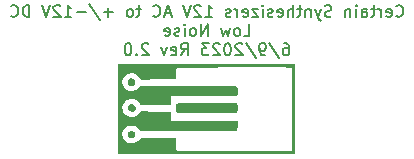
<source format=gbr>
%TF.GenerationSoftware,KiCad,Pcbnew,7.0.2*%
%TF.CreationDate,2023-06-20T09:22:34-04:00*%
%TF.ProjectId,Power supply,506f7765-7220-4737-9570-706c792e6b69,rev?*%
%TF.SameCoordinates,Original*%
%TF.FileFunction,Legend,Bot*%
%TF.FilePolarity,Positive*%
%FSLAX46Y46*%
G04 Gerber Fmt 4.6, Leading zero omitted, Abs format (unit mm)*
G04 Created by KiCad (PCBNEW 7.0.2) date 2023-06-20 09:22:34*
%MOMM*%
%LPD*%
G01*
G04 APERTURE LIST*
%ADD10C,0.150000*%
G04 APERTURE END LIST*
D10*
X144270002Y-87982380D02*
X144317621Y-88030000D01*
X144317621Y-88030000D02*
X144460478Y-88077619D01*
X144460478Y-88077619D02*
X144555716Y-88077619D01*
X144555716Y-88077619D02*
X144698573Y-88030000D01*
X144698573Y-88030000D02*
X144793811Y-87934761D01*
X144793811Y-87934761D02*
X144841430Y-87839523D01*
X144841430Y-87839523D02*
X144889049Y-87649047D01*
X144889049Y-87649047D02*
X144889049Y-87506190D01*
X144889049Y-87506190D02*
X144841430Y-87315714D01*
X144841430Y-87315714D02*
X144793811Y-87220476D01*
X144793811Y-87220476D02*
X144698573Y-87125238D01*
X144698573Y-87125238D02*
X144555716Y-87077619D01*
X144555716Y-87077619D02*
X144460478Y-87077619D01*
X144460478Y-87077619D02*
X144317621Y-87125238D01*
X144317621Y-87125238D02*
X144270002Y-87172857D01*
X143460478Y-88030000D02*
X143555716Y-88077619D01*
X143555716Y-88077619D02*
X143746192Y-88077619D01*
X143746192Y-88077619D02*
X143841430Y-88030000D01*
X143841430Y-88030000D02*
X143889049Y-87934761D01*
X143889049Y-87934761D02*
X143889049Y-87553809D01*
X143889049Y-87553809D02*
X143841430Y-87458571D01*
X143841430Y-87458571D02*
X143746192Y-87410952D01*
X143746192Y-87410952D02*
X143555716Y-87410952D01*
X143555716Y-87410952D02*
X143460478Y-87458571D01*
X143460478Y-87458571D02*
X143412859Y-87553809D01*
X143412859Y-87553809D02*
X143412859Y-87649047D01*
X143412859Y-87649047D02*
X143889049Y-87744285D01*
X142984287Y-88077619D02*
X142984287Y-87410952D01*
X142984287Y-87601428D02*
X142936668Y-87506190D01*
X142936668Y-87506190D02*
X142889049Y-87458571D01*
X142889049Y-87458571D02*
X142793811Y-87410952D01*
X142793811Y-87410952D02*
X142698573Y-87410952D01*
X142508096Y-87410952D02*
X142127144Y-87410952D01*
X142365239Y-87077619D02*
X142365239Y-87934761D01*
X142365239Y-87934761D02*
X142317620Y-88030000D01*
X142317620Y-88030000D02*
X142222382Y-88077619D01*
X142222382Y-88077619D02*
X142127144Y-88077619D01*
X141365239Y-88077619D02*
X141365239Y-87553809D01*
X141365239Y-87553809D02*
X141412858Y-87458571D01*
X141412858Y-87458571D02*
X141508096Y-87410952D01*
X141508096Y-87410952D02*
X141698572Y-87410952D01*
X141698572Y-87410952D02*
X141793810Y-87458571D01*
X141365239Y-88030000D02*
X141460477Y-88077619D01*
X141460477Y-88077619D02*
X141698572Y-88077619D01*
X141698572Y-88077619D02*
X141793810Y-88030000D01*
X141793810Y-88030000D02*
X141841429Y-87934761D01*
X141841429Y-87934761D02*
X141841429Y-87839523D01*
X141841429Y-87839523D02*
X141793810Y-87744285D01*
X141793810Y-87744285D02*
X141698572Y-87696666D01*
X141698572Y-87696666D02*
X141460477Y-87696666D01*
X141460477Y-87696666D02*
X141365239Y-87649047D01*
X140889048Y-88077619D02*
X140889048Y-87410952D01*
X140889048Y-87077619D02*
X140936667Y-87125238D01*
X140936667Y-87125238D02*
X140889048Y-87172857D01*
X140889048Y-87172857D02*
X140841429Y-87125238D01*
X140841429Y-87125238D02*
X140889048Y-87077619D01*
X140889048Y-87077619D02*
X140889048Y-87172857D01*
X140412858Y-87410952D02*
X140412858Y-88077619D01*
X140412858Y-87506190D02*
X140365239Y-87458571D01*
X140365239Y-87458571D02*
X140270001Y-87410952D01*
X140270001Y-87410952D02*
X140127144Y-87410952D01*
X140127144Y-87410952D02*
X140031906Y-87458571D01*
X140031906Y-87458571D02*
X139984287Y-87553809D01*
X139984287Y-87553809D02*
X139984287Y-88077619D01*
X138793810Y-88030000D02*
X138650953Y-88077619D01*
X138650953Y-88077619D02*
X138412858Y-88077619D01*
X138412858Y-88077619D02*
X138317620Y-88030000D01*
X138317620Y-88030000D02*
X138270001Y-87982380D01*
X138270001Y-87982380D02*
X138222382Y-87887142D01*
X138222382Y-87887142D02*
X138222382Y-87791904D01*
X138222382Y-87791904D02*
X138270001Y-87696666D01*
X138270001Y-87696666D02*
X138317620Y-87649047D01*
X138317620Y-87649047D02*
X138412858Y-87601428D01*
X138412858Y-87601428D02*
X138603334Y-87553809D01*
X138603334Y-87553809D02*
X138698572Y-87506190D01*
X138698572Y-87506190D02*
X138746191Y-87458571D01*
X138746191Y-87458571D02*
X138793810Y-87363333D01*
X138793810Y-87363333D02*
X138793810Y-87268095D01*
X138793810Y-87268095D02*
X138746191Y-87172857D01*
X138746191Y-87172857D02*
X138698572Y-87125238D01*
X138698572Y-87125238D02*
X138603334Y-87077619D01*
X138603334Y-87077619D02*
X138365239Y-87077619D01*
X138365239Y-87077619D02*
X138222382Y-87125238D01*
X137889048Y-87410952D02*
X137650953Y-88077619D01*
X137412858Y-87410952D02*
X137650953Y-88077619D01*
X137650953Y-88077619D02*
X137746191Y-88315714D01*
X137746191Y-88315714D02*
X137793810Y-88363333D01*
X137793810Y-88363333D02*
X137889048Y-88410952D01*
X137031905Y-87410952D02*
X137031905Y-88077619D01*
X137031905Y-87506190D02*
X136984286Y-87458571D01*
X136984286Y-87458571D02*
X136889048Y-87410952D01*
X136889048Y-87410952D02*
X136746191Y-87410952D01*
X136746191Y-87410952D02*
X136650953Y-87458571D01*
X136650953Y-87458571D02*
X136603334Y-87553809D01*
X136603334Y-87553809D02*
X136603334Y-88077619D01*
X136270000Y-87410952D02*
X135889048Y-87410952D01*
X136127143Y-87077619D02*
X136127143Y-87934761D01*
X136127143Y-87934761D02*
X136079524Y-88030000D01*
X136079524Y-88030000D02*
X135984286Y-88077619D01*
X135984286Y-88077619D02*
X135889048Y-88077619D01*
X135555714Y-88077619D02*
X135555714Y-87077619D01*
X135127143Y-88077619D02*
X135127143Y-87553809D01*
X135127143Y-87553809D02*
X135174762Y-87458571D01*
X135174762Y-87458571D02*
X135270000Y-87410952D01*
X135270000Y-87410952D02*
X135412857Y-87410952D01*
X135412857Y-87410952D02*
X135508095Y-87458571D01*
X135508095Y-87458571D02*
X135555714Y-87506190D01*
X134270000Y-88030000D02*
X134365238Y-88077619D01*
X134365238Y-88077619D02*
X134555714Y-88077619D01*
X134555714Y-88077619D02*
X134650952Y-88030000D01*
X134650952Y-88030000D02*
X134698571Y-87934761D01*
X134698571Y-87934761D02*
X134698571Y-87553809D01*
X134698571Y-87553809D02*
X134650952Y-87458571D01*
X134650952Y-87458571D02*
X134555714Y-87410952D01*
X134555714Y-87410952D02*
X134365238Y-87410952D01*
X134365238Y-87410952D02*
X134270000Y-87458571D01*
X134270000Y-87458571D02*
X134222381Y-87553809D01*
X134222381Y-87553809D02*
X134222381Y-87649047D01*
X134222381Y-87649047D02*
X134698571Y-87744285D01*
X133841428Y-88030000D02*
X133746190Y-88077619D01*
X133746190Y-88077619D02*
X133555714Y-88077619D01*
X133555714Y-88077619D02*
X133460476Y-88030000D01*
X133460476Y-88030000D02*
X133412857Y-87934761D01*
X133412857Y-87934761D02*
X133412857Y-87887142D01*
X133412857Y-87887142D02*
X133460476Y-87791904D01*
X133460476Y-87791904D02*
X133555714Y-87744285D01*
X133555714Y-87744285D02*
X133698571Y-87744285D01*
X133698571Y-87744285D02*
X133793809Y-87696666D01*
X133793809Y-87696666D02*
X133841428Y-87601428D01*
X133841428Y-87601428D02*
X133841428Y-87553809D01*
X133841428Y-87553809D02*
X133793809Y-87458571D01*
X133793809Y-87458571D02*
X133698571Y-87410952D01*
X133698571Y-87410952D02*
X133555714Y-87410952D01*
X133555714Y-87410952D02*
X133460476Y-87458571D01*
X132984285Y-88077619D02*
X132984285Y-87410952D01*
X132984285Y-87077619D02*
X133031904Y-87125238D01*
X133031904Y-87125238D02*
X132984285Y-87172857D01*
X132984285Y-87172857D02*
X132936666Y-87125238D01*
X132936666Y-87125238D02*
X132984285Y-87077619D01*
X132984285Y-87077619D02*
X132984285Y-87172857D01*
X132603333Y-87410952D02*
X132079524Y-87410952D01*
X132079524Y-87410952D02*
X132603333Y-88077619D01*
X132603333Y-88077619D02*
X132079524Y-88077619D01*
X131317619Y-88030000D02*
X131412857Y-88077619D01*
X131412857Y-88077619D02*
X131603333Y-88077619D01*
X131603333Y-88077619D02*
X131698571Y-88030000D01*
X131698571Y-88030000D02*
X131746190Y-87934761D01*
X131746190Y-87934761D02*
X131746190Y-87553809D01*
X131746190Y-87553809D02*
X131698571Y-87458571D01*
X131698571Y-87458571D02*
X131603333Y-87410952D01*
X131603333Y-87410952D02*
X131412857Y-87410952D01*
X131412857Y-87410952D02*
X131317619Y-87458571D01*
X131317619Y-87458571D02*
X131270000Y-87553809D01*
X131270000Y-87553809D02*
X131270000Y-87649047D01*
X131270000Y-87649047D02*
X131746190Y-87744285D01*
X130841428Y-88077619D02*
X130841428Y-87410952D01*
X130841428Y-87601428D02*
X130793809Y-87506190D01*
X130793809Y-87506190D02*
X130746190Y-87458571D01*
X130746190Y-87458571D02*
X130650952Y-87410952D01*
X130650952Y-87410952D02*
X130555714Y-87410952D01*
X130269999Y-88030000D02*
X130174761Y-88077619D01*
X130174761Y-88077619D02*
X129984285Y-88077619D01*
X129984285Y-88077619D02*
X129889047Y-88030000D01*
X129889047Y-88030000D02*
X129841428Y-87934761D01*
X129841428Y-87934761D02*
X129841428Y-87887142D01*
X129841428Y-87887142D02*
X129889047Y-87791904D01*
X129889047Y-87791904D02*
X129984285Y-87744285D01*
X129984285Y-87744285D02*
X130127142Y-87744285D01*
X130127142Y-87744285D02*
X130222380Y-87696666D01*
X130222380Y-87696666D02*
X130269999Y-87601428D01*
X130269999Y-87601428D02*
X130269999Y-87553809D01*
X130269999Y-87553809D02*
X130222380Y-87458571D01*
X130222380Y-87458571D02*
X130127142Y-87410952D01*
X130127142Y-87410952D02*
X129984285Y-87410952D01*
X129984285Y-87410952D02*
X129889047Y-87458571D01*
X128127142Y-88077619D02*
X128698570Y-88077619D01*
X128412856Y-88077619D02*
X128412856Y-87077619D01*
X128412856Y-87077619D02*
X128508094Y-87220476D01*
X128508094Y-87220476D02*
X128603332Y-87315714D01*
X128603332Y-87315714D02*
X128698570Y-87363333D01*
X127746189Y-87172857D02*
X127698570Y-87125238D01*
X127698570Y-87125238D02*
X127603332Y-87077619D01*
X127603332Y-87077619D02*
X127365237Y-87077619D01*
X127365237Y-87077619D02*
X127269999Y-87125238D01*
X127269999Y-87125238D02*
X127222380Y-87172857D01*
X127222380Y-87172857D02*
X127174761Y-87268095D01*
X127174761Y-87268095D02*
X127174761Y-87363333D01*
X127174761Y-87363333D02*
X127222380Y-87506190D01*
X127222380Y-87506190D02*
X127793808Y-88077619D01*
X127793808Y-88077619D02*
X127174761Y-88077619D01*
X126889046Y-87077619D02*
X126555713Y-88077619D01*
X126555713Y-88077619D02*
X126222380Y-87077619D01*
X125174760Y-87791904D02*
X124698570Y-87791904D01*
X125269998Y-88077619D02*
X124936665Y-87077619D01*
X124936665Y-87077619D02*
X124603332Y-88077619D01*
X123698570Y-87982380D02*
X123746189Y-88030000D01*
X123746189Y-88030000D02*
X123889046Y-88077619D01*
X123889046Y-88077619D02*
X123984284Y-88077619D01*
X123984284Y-88077619D02*
X124127141Y-88030000D01*
X124127141Y-88030000D02*
X124222379Y-87934761D01*
X124222379Y-87934761D02*
X124269998Y-87839523D01*
X124269998Y-87839523D02*
X124317617Y-87649047D01*
X124317617Y-87649047D02*
X124317617Y-87506190D01*
X124317617Y-87506190D02*
X124269998Y-87315714D01*
X124269998Y-87315714D02*
X124222379Y-87220476D01*
X124222379Y-87220476D02*
X124127141Y-87125238D01*
X124127141Y-87125238D02*
X123984284Y-87077619D01*
X123984284Y-87077619D02*
X123889046Y-87077619D01*
X123889046Y-87077619D02*
X123746189Y-87125238D01*
X123746189Y-87125238D02*
X123698570Y-87172857D01*
X122650950Y-87410952D02*
X122269998Y-87410952D01*
X122508093Y-87077619D02*
X122508093Y-87934761D01*
X122508093Y-87934761D02*
X122460474Y-88030000D01*
X122460474Y-88030000D02*
X122365236Y-88077619D01*
X122365236Y-88077619D02*
X122269998Y-88077619D01*
X121793807Y-88077619D02*
X121889045Y-88030000D01*
X121889045Y-88030000D02*
X121936664Y-87982380D01*
X121936664Y-87982380D02*
X121984283Y-87887142D01*
X121984283Y-87887142D02*
X121984283Y-87601428D01*
X121984283Y-87601428D02*
X121936664Y-87506190D01*
X121936664Y-87506190D02*
X121889045Y-87458571D01*
X121889045Y-87458571D02*
X121793807Y-87410952D01*
X121793807Y-87410952D02*
X121650950Y-87410952D01*
X121650950Y-87410952D02*
X121555712Y-87458571D01*
X121555712Y-87458571D02*
X121508093Y-87506190D01*
X121508093Y-87506190D02*
X121460474Y-87601428D01*
X121460474Y-87601428D02*
X121460474Y-87887142D01*
X121460474Y-87887142D02*
X121508093Y-87982380D01*
X121508093Y-87982380D02*
X121555712Y-88030000D01*
X121555712Y-88030000D02*
X121650950Y-88077619D01*
X121650950Y-88077619D02*
X121793807Y-88077619D01*
X120269997Y-87696666D02*
X119508093Y-87696666D01*
X119889045Y-88077619D02*
X119889045Y-87315714D01*
X118317617Y-87030000D02*
X119174759Y-88315714D01*
X117984283Y-87696666D02*
X117222379Y-87696666D01*
X116222379Y-88077619D02*
X116793807Y-88077619D01*
X116508093Y-88077619D02*
X116508093Y-87077619D01*
X116508093Y-87077619D02*
X116603331Y-87220476D01*
X116603331Y-87220476D02*
X116698569Y-87315714D01*
X116698569Y-87315714D02*
X116793807Y-87363333D01*
X115841426Y-87172857D02*
X115793807Y-87125238D01*
X115793807Y-87125238D02*
X115698569Y-87077619D01*
X115698569Y-87077619D02*
X115460474Y-87077619D01*
X115460474Y-87077619D02*
X115365236Y-87125238D01*
X115365236Y-87125238D02*
X115317617Y-87172857D01*
X115317617Y-87172857D02*
X115269998Y-87268095D01*
X115269998Y-87268095D02*
X115269998Y-87363333D01*
X115269998Y-87363333D02*
X115317617Y-87506190D01*
X115317617Y-87506190D02*
X115889045Y-88077619D01*
X115889045Y-88077619D02*
X115269998Y-88077619D01*
X114984283Y-87077619D02*
X114650950Y-88077619D01*
X114650950Y-88077619D02*
X114317617Y-87077619D01*
X113222378Y-88077619D02*
X113222378Y-87077619D01*
X113222378Y-87077619D02*
X112984283Y-87077619D01*
X112984283Y-87077619D02*
X112841426Y-87125238D01*
X112841426Y-87125238D02*
X112746188Y-87220476D01*
X112746188Y-87220476D02*
X112698569Y-87315714D01*
X112698569Y-87315714D02*
X112650950Y-87506190D01*
X112650950Y-87506190D02*
X112650950Y-87649047D01*
X112650950Y-87649047D02*
X112698569Y-87839523D01*
X112698569Y-87839523D02*
X112746188Y-87934761D01*
X112746188Y-87934761D02*
X112841426Y-88030000D01*
X112841426Y-88030000D02*
X112984283Y-88077619D01*
X112984283Y-88077619D02*
X113222378Y-88077619D01*
X111650950Y-87982380D02*
X111698569Y-88030000D01*
X111698569Y-88030000D02*
X111841426Y-88077619D01*
X111841426Y-88077619D02*
X111936664Y-88077619D01*
X111936664Y-88077619D02*
X112079521Y-88030000D01*
X112079521Y-88030000D02*
X112174759Y-87934761D01*
X112174759Y-87934761D02*
X112222378Y-87839523D01*
X112222378Y-87839523D02*
X112269997Y-87649047D01*
X112269997Y-87649047D02*
X112269997Y-87506190D01*
X112269997Y-87506190D02*
X112222378Y-87315714D01*
X112222378Y-87315714D02*
X112174759Y-87220476D01*
X112174759Y-87220476D02*
X112079521Y-87125238D01*
X112079521Y-87125238D02*
X111936664Y-87077619D01*
X111936664Y-87077619D02*
X111841426Y-87077619D01*
X111841426Y-87077619D02*
X111698569Y-87125238D01*
X111698569Y-87125238D02*
X111650950Y-87172857D01*
X131365238Y-89697619D02*
X131841428Y-89697619D01*
X131841428Y-89697619D02*
X131841428Y-88697619D01*
X130889047Y-89697619D02*
X130984285Y-89650000D01*
X130984285Y-89650000D02*
X131031904Y-89602380D01*
X131031904Y-89602380D02*
X131079523Y-89507142D01*
X131079523Y-89507142D02*
X131079523Y-89221428D01*
X131079523Y-89221428D02*
X131031904Y-89126190D01*
X131031904Y-89126190D02*
X130984285Y-89078571D01*
X130984285Y-89078571D02*
X130889047Y-89030952D01*
X130889047Y-89030952D02*
X130746190Y-89030952D01*
X130746190Y-89030952D02*
X130650952Y-89078571D01*
X130650952Y-89078571D02*
X130603333Y-89126190D01*
X130603333Y-89126190D02*
X130555714Y-89221428D01*
X130555714Y-89221428D02*
X130555714Y-89507142D01*
X130555714Y-89507142D02*
X130603333Y-89602380D01*
X130603333Y-89602380D02*
X130650952Y-89650000D01*
X130650952Y-89650000D02*
X130746190Y-89697619D01*
X130746190Y-89697619D02*
X130889047Y-89697619D01*
X130222380Y-89030952D02*
X130031904Y-89697619D01*
X130031904Y-89697619D02*
X129841428Y-89221428D01*
X129841428Y-89221428D02*
X129650952Y-89697619D01*
X129650952Y-89697619D02*
X129460476Y-89030952D01*
X128317618Y-89697619D02*
X128317618Y-88697619D01*
X128317618Y-88697619D02*
X127746190Y-89697619D01*
X127746190Y-89697619D02*
X127746190Y-88697619D01*
X127127142Y-89697619D02*
X127222380Y-89650000D01*
X127222380Y-89650000D02*
X127269999Y-89602380D01*
X127269999Y-89602380D02*
X127317618Y-89507142D01*
X127317618Y-89507142D02*
X127317618Y-89221428D01*
X127317618Y-89221428D02*
X127269999Y-89126190D01*
X127269999Y-89126190D02*
X127222380Y-89078571D01*
X127222380Y-89078571D02*
X127127142Y-89030952D01*
X127127142Y-89030952D02*
X126984285Y-89030952D01*
X126984285Y-89030952D02*
X126889047Y-89078571D01*
X126889047Y-89078571D02*
X126841428Y-89126190D01*
X126841428Y-89126190D02*
X126793809Y-89221428D01*
X126793809Y-89221428D02*
X126793809Y-89507142D01*
X126793809Y-89507142D02*
X126841428Y-89602380D01*
X126841428Y-89602380D02*
X126889047Y-89650000D01*
X126889047Y-89650000D02*
X126984285Y-89697619D01*
X126984285Y-89697619D02*
X127127142Y-89697619D01*
X126365237Y-89697619D02*
X126365237Y-89030952D01*
X126365237Y-88697619D02*
X126412856Y-88745238D01*
X126412856Y-88745238D02*
X126365237Y-88792857D01*
X126365237Y-88792857D02*
X126317618Y-88745238D01*
X126317618Y-88745238D02*
X126365237Y-88697619D01*
X126365237Y-88697619D02*
X126365237Y-88792857D01*
X125936666Y-89650000D02*
X125841428Y-89697619D01*
X125841428Y-89697619D02*
X125650952Y-89697619D01*
X125650952Y-89697619D02*
X125555714Y-89650000D01*
X125555714Y-89650000D02*
X125508095Y-89554761D01*
X125508095Y-89554761D02*
X125508095Y-89507142D01*
X125508095Y-89507142D02*
X125555714Y-89411904D01*
X125555714Y-89411904D02*
X125650952Y-89364285D01*
X125650952Y-89364285D02*
X125793809Y-89364285D01*
X125793809Y-89364285D02*
X125889047Y-89316666D01*
X125889047Y-89316666D02*
X125936666Y-89221428D01*
X125936666Y-89221428D02*
X125936666Y-89173809D01*
X125936666Y-89173809D02*
X125889047Y-89078571D01*
X125889047Y-89078571D02*
X125793809Y-89030952D01*
X125793809Y-89030952D02*
X125650952Y-89030952D01*
X125650952Y-89030952D02*
X125555714Y-89078571D01*
X124698571Y-89650000D02*
X124793809Y-89697619D01*
X124793809Y-89697619D02*
X124984285Y-89697619D01*
X124984285Y-89697619D02*
X125079523Y-89650000D01*
X125079523Y-89650000D02*
X125127142Y-89554761D01*
X125127142Y-89554761D02*
X125127142Y-89173809D01*
X125127142Y-89173809D02*
X125079523Y-89078571D01*
X125079523Y-89078571D02*
X124984285Y-89030952D01*
X124984285Y-89030952D02*
X124793809Y-89030952D01*
X124793809Y-89030952D02*
X124698571Y-89078571D01*
X124698571Y-89078571D02*
X124650952Y-89173809D01*
X124650952Y-89173809D02*
X124650952Y-89269047D01*
X124650952Y-89269047D02*
X125127142Y-89364285D01*
X134770000Y-90317619D02*
X134960476Y-90317619D01*
X134960476Y-90317619D02*
X135055714Y-90365238D01*
X135055714Y-90365238D02*
X135103333Y-90412857D01*
X135103333Y-90412857D02*
X135198571Y-90555714D01*
X135198571Y-90555714D02*
X135246190Y-90746190D01*
X135246190Y-90746190D02*
X135246190Y-91127142D01*
X135246190Y-91127142D02*
X135198571Y-91222380D01*
X135198571Y-91222380D02*
X135150952Y-91270000D01*
X135150952Y-91270000D02*
X135055714Y-91317619D01*
X135055714Y-91317619D02*
X134865238Y-91317619D01*
X134865238Y-91317619D02*
X134770000Y-91270000D01*
X134770000Y-91270000D02*
X134722381Y-91222380D01*
X134722381Y-91222380D02*
X134674762Y-91127142D01*
X134674762Y-91127142D02*
X134674762Y-90889047D01*
X134674762Y-90889047D02*
X134722381Y-90793809D01*
X134722381Y-90793809D02*
X134770000Y-90746190D01*
X134770000Y-90746190D02*
X134865238Y-90698571D01*
X134865238Y-90698571D02*
X135055714Y-90698571D01*
X135055714Y-90698571D02*
X135150952Y-90746190D01*
X135150952Y-90746190D02*
X135198571Y-90793809D01*
X135198571Y-90793809D02*
X135246190Y-90889047D01*
X133531905Y-90270000D02*
X134389047Y-91555714D01*
X133150952Y-91317619D02*
X132960476Y-91317619D01*
X132960476Y-91317619D02*
X132865238Y-91270000D01*
X132865238Y-91270000D02*
X132817619Y-91222380D01*
X132817619Y-91222380D02*
X132722381Y-91079523D01*
X132722381Y-91079523D02*
X132674762Y-90889047D01*
X132674762Y-90889047D02*
X132674762Y-90508095D01*
X132674762Y-90508095D02*
X132722381Y-90412857D01*
X132722381Y-90412857D02*
X132770000Y-90365238D01*
X132770000Y-90365238D02*
X132865238Y-90317619D01*
X132865238Y-90317619D02*
X133055714Y-90317619D01*
X133055714Y-90317619D02*
X133150952Y-90365238D01*
X133150952Y-90365238D02*
X133198571Y-90412857D01*
X133198571Y-90412857D02*
X133246190Y-90508095D01*
X133246190Y-90508095D02*
X133246190Y-90746190D01*
X133246190Y-90746190D02*
X133198571Y-90841428D01*
X133198571Y-90841428D02*
X133150952Y-90889047D01*
X133150952Y-90889047D02*
X133055714Y-90936666D01*
X133055714Y-90936666D02*
X132865238Y-90936666D01*
X132865238Y-90936666D02*
X132770000Y-90889047D01*
X132770000Y-90889047D02*
X132722381Y-90841428D01*
X132722381Y-90841428D02*
X132674762Y-90746190D01*
X131531905Y-90270000D02*
X132389047Y-91555714D01*
X131246190Y-90412857D02*
X131198571Y-90365238D01*
X131198571Y-90365238D02*
X131103333Y-90317619D01*
X131103333Y-90317619D02*
X130865238Y-90317619D01*
X130865238Y-90317619D02*
X130770000Y-90365238D01*
X130770000Y-90365238D02*
X130722381Y-90412857D01*
X130722381Y-90412857D02*
X130674762Y-90508095D01*
X130674762Y-90508095D02*
X130674762Y-90603333D01*
X130674762Y-90603333D02*
X130722381Y-90746190D01*
X130722381Y-90746190D02*
X131293809Y-91317619D01*
X131293809Y-91317619D02*
X130674762Y-91317619D01*
X130055714Y-90317619D02*
X129960476Y-90317619D01*
X129960476Y-90317619D02*
X129865238Y-90365238D01*
X129865238Y-90365238D02*
X129817619Y-90412857D01*
X129817619Y-90412857D02*
X129770000Y-90508095D01*
X129770000Y-90508095D02*
X129722381Y-90698571D01*
X129722381Y-90698571D02*
X129722381Y-90936666D01*
X129722381Y-90936666D02*
X129770000Y-91127142D01*
X129770000Y-91127142D02*
X129817619Y-91222380D01*
X129817619Y-91222380D02*
X129865238Y-91270000D01*
X129865238Y-91270000D02*
X129960476Y-91317619D01*
X129960476Y-91317619D02*
X130055714Y-91317619D01*
X130055714Y-91317619D02*
X130150952Y-91270000D01*
X130150952Y-91270000D02*
X130198571Y-91222380D01*
X130198571Y-91222380D02*
X130246190Y-91127142D01*
X130246190Y-91127142D02*
X130293809Y-90936666D01*
X130293809Y-90936666D02*
X130293809Y-90698571D01*
X130293809Y-90698571D02*
X130246190Y-90508095D01*
X130246190Y-90508095D02*
X130198571Y-90412857D01*
X130198571Y-90412857D02*
X130150952Y-90365238D01*
X130150952Y-90365238D02*
X130055714Y-90317619D01*
X129341428Y-90412857D02*
X129293809Y-90365238D01*
X129293809Y-90365238D02*
X129198571Y-90317619D01*
X129198571Y-90317619D02*
X128960476Y-90317619D01*
X128960476Y-90317619D02*
X128865238Y-90365238D01*
X128865238Y-90365238D02*
X128817619Y-90412857D01*
X128817619Y-90412857D02*
X128770000Y-90508095D01*
X128770000Y-90508095D02*
X128770000Y-90603333D01*
X128770000Y-90603333D02*
X128817619Y-90746190D01*
X128817619Y-90746190D02*
X129389047Y-91317619D01*
X129389047Y-91317619D02*
X128770000Y-91317619D01*
X128436666Y-90317619D02*
X127817619Y-90317619D01*
X127817619Y-90317619D02*
X128150952Y-90698571D01*
X128150952Y-90698571D02*
X128008095Y-90698571D01*
X128008095Y-90698571D02*
X127912857Y-90746190D01*
X127912857Y-90746190D02*
X127865238Y-90793809D01*
X127865238Y-90793809D02*
X127817619Y-90889047D01*
X127817619Y-90889047D02*
X127817619Y-91127142D01*
X127817619Y-91127142D02*
X127865238Y-91222380D01*
X127865238Y-91222380D02*
X127912857Y-91270000D01*
X127912857Y-91270000D02*
X128008095Y-91317619D01*
X128008095Y-91317619D02*
X128293809Y-91317619D01*
X128293809Y-91317619D02*
X128389047Y-91270000D01*
X128389047Y-91270000D02*
X128436666Y-91222380D01*
X126055714Y-91317619D02*
X126389047Y-90841428D01*
X126627142Y-91317619D02*
X126627142Y-90317619D01*
X126627142Y-90317619D02*
X126246190Y-90317619D01*
X126246190Y-90317619D02*
X126150952Y-90365238D01*
X126150952Y-90365238D02*
X126103333Y-90412857D01*
X126103333Y-90412857D02*
X126055714Y-90508095D01*
X126055714Y-90508095D02*
X126055714Y-90650952D01*
X126055714Y-90650952D02*
X126103333Y-90746190D01*
X126103333Y-90746190D02*
X126150952Y-90793809D01*
X126150952Y-90793809D02*
X126246190Y-90841428D01*
X126246190Y-90841428D02*
X126627142Y-90841428D01*
X125246190Y-91270000D02*
X125341428Y-91317619D01*
X125341428Y-91317619D02*
X125531904Y-91317619D01*
X125531904Y-91317619D02*
X125627142Y-91270000D01*
X125627142Y-91270000D02*
X125674761Y-91174761D01*
X125674761Y-91174761D02*
X125674761Y-90793809D01*
X125674761Y-90793809D02*
X125627142Y-90698571D01*
X125627142Y-90698571D02*
X125531904Y-90650952D01*
X125531904Y-90650952D02*
X125341428Y-90650952D01*
X125341428Y-90650952D02*
X125246190Y-90698571D01*
X125246190Y-90698571D02*
X125198571Y-90793809D01*
X125198571Y-90793809D02*
X125198571Y-90889047D01*
X125198571Y-90889047D02*
X125674761Y-90984285D01*
X124865237Y-90650952D02*
X124627142Y-91317619D01*
X124627142Y-91317619D02*
X124389047Y-90650952D01*
X123293808Y-90412857D02*
X123246189Y-90365238D01*
X123246189Y-90365238D02*
X123150951Y-90317619D01*
X123150951Y-90317619D02*
X122912856Y-90317619D01*
X122912856Y-90317619D02*
X122817618Y-90365238D01*
X122817618Y-90365238D02*
X122769999Y-90412857D01*
X122769999Y-90412857D02*
X122722380Y-90508095D01*
X122722380Y-90508095D02*
X122722380Y-90603333D01*
X122722380Y-90603333D02*
X122769999Y-90746190D01*
X122769999Y-90746190D02*
X123341427Y-91317619D01*
X123341427Y-91317619D02*
X122722380Y-91317619D01*
X122293808Y-91222380D02*
X122246189Y-91270000D01*
X122246189Y-91270000D02*
X122293808Y-91317619D01*
X122293808Y-91317619D02*
X122341427Y-91270000D01*
X122341427Y-91270000D02*
X122293808Y-91222380D01*
X122293808Y-91222380D02*
X122293808Y-91317619D01*
X121627142Y-90317619D02*
X121531904Y-90317619D01*
X121531904Y-90317619D02*
X121436666Y-90365238D01*
X121436666Y-90365238D02*
X121389047Y-90412857D01*
X121389047Y-90412857D02*
X121341428Y-90508095D01*
X121341428Y-90508095D02*
X121293809Y-90698571D01*
X121293809Y-90698571D02*
X121293809Y-90936666D01*
X121293809Y-90936666D02*
X121341428Y-91127142D01*
X121341428Y-91127142D02*
X121389047Y-91222380D01*
X121389047Y-91222380D02*
X121436666Y-91270000D01*
X121436666Y-91270000D02*
X121531904Y-91317619D01*
X121531904Y-91317619D02*
X121627142Y-91317619D01*
X121627142Y-91317619D02*
X121722380Y-91270000D01*
X121722380Y-91270000D02*
X121769999Y-91222380D01*
X121769999Y-91222380D02*
X121817618Y-91127142D01*
X121817618Y-91127142D02*
X121865237Y-90936666D01*
X121865237Y-90936666D02*
X121865237Y-90698571D01*
X121865237Y-90698571D02*
X121817618Y-90508095D01*
X121817618Y-90508095D02*
X121769999Y-90412857D01*
X121769999Y-90412857D02*
X121722380Y-90365238D01*
X121722380Y-90365238D02*
X121627142Y-90317619D01*
%TO.C,G\u002A\u002A\u002A*%
G36*
X122021205Y-97745898D02*
G01*
X122123315Y-97815004D01*
X122165533Y-97864582D01*
X122190376Y-97925866D01*
X122196646Y-98013262D01*
X122181031Y-98135132D01*
X122128834Y-98228862D01*
X122032802Y-98306156D01*
X122028809Y-98308575D01*
X121946443Y-98346869D01*
X121870464Y-98350328D01*
X121777633Y-98320231D01*
X121694590Y-98272771D01*
X121611636Y-98185983D01*
X121567360Y-98082910D01*
X121565436Y-97973443D01*
X121609536Y-97867474D01*
X121681072Y-97790880D01*
X121787613Y-97735110D01*
X121905148Y-97719692D01*
X122021205Y-97745898D01*
G37*
G36*
X121949952Y-93278497D02*
G01*
X122028386Y-93311068D01*
X122107304Y-93360673D01*
X122166262Y-93434933D01*
X122195509Y-93536892D01*
X122199610Y-93676288D01*
X122187415Y-93729375D01*
X122138075Y-93812021D01*
X122064713Y-93882818D01*
X121982202Y-93924767D01*
X121886054Y-93933961D01*
X121770159Y-93903920D01*
X121668883Y-93833572D01*
X121593995Y-93728858D01*
X121564489Y-93654314D01*
X121556792Y-93566952D01*
X121585442Y-93473597D01*
X121613102Y-93422784D01*
X121696818Y-93338553D01*
X121818792Y-93284797D01*
X121888112Y-93271051D01*
X121949952Y-93278497D01*
G37*
G36*
X122015045Y-95469638D02*
G01*
X122028977Y-95477081D01*
X122125264Y-95550999D01*
X122184795Y-95650245D01*
X122213940Y-95784917D01*
X122219846Y-95856459D01*
X122214994Y-95915215D01*
X122190297Y-95962893D01*
X122138779Y-96021447D01*
X122122450Y-96038486D01*
X122064280Y-96089060D01*
X122007218Y-96111516D01*
X121927365Y-96116611D01*
X121916198Y-96116507D01*
X121784090Y-96094328D01*
X121681222Y-96031123D01*
X121601888Y-95923507D01*
X121588054Y-95895097D01*
X121560061Y-95779343D01*
X121581972Y-95667432D01*
X121654434Y-95554812D01*
X121688825Y-95519411D01*
X121791562Y-95455921D01*
X121903414Y-95438595D01*
X122015045Y-95469638D01*
G37*
G36*
X129115380Y-95398777D02*
G01*
X129404374Y-95399139D01*
X129676928Y-95399750D01*
X129928663Y-95400615D01*
X130155201Y-95401739D01*
X130352162Y-95403128D01*
X130515169Y-95404788D01*
X130639844Y-95406723D01*
X130721807Y-95408940D01*
X130756680Y-95411443D01*
X130772818Y-95416776D01*
X130811430Y-95443951D01*
X130837243Y-95493627D01*
X130851838Y-95572943D01*
X130856801Y-95689041D01*
X130853713Y-95849060D01*
X130849966Y-95940321D01*
X130842820Y-96048956D01*
X130832982Y-96120471D01*
X130819044Y-96163676D01*
X130799595Y-96187381D01*
X130786216Y-96192067D01*
X130750841Y-96197104D01*
X130691985Y-96201535D01*
X130607104Y-96205391D01*
X130493653Y-96208705D01*
X130349087Y-96211509D01*
X130170864Y-96213835D01*
X129956437Y-96215715D01*
X129703264Y-96217181D01*
X129408799Y-96218265D01*
X129070498Y-96219000D01*
X128685818Y-96219417D01*
X128252214Y-96219549D01*
X127864944Y-96219536D01*
X127495532Y-96219455D01*
X127171652Y-96219243D01*
X126890229Y-96218838D01*
X126648185Y-96218175D01*
X126442447Y-96217193D01*
X126269938Y-96215829D01*
X126127582Y-96214019D01*
X126012305Y-96211702D01*
X125921029Y-96208814D01*
X125850680Y-96205292D01*
X125798182Y-96201074D01*
X125760458Y-96196096D01*
X125734435Y-96190297D01*
X125717035Y-96183612D01*
X125705183Y-96175980D01*
X125695803Y-96167338D01*
X125679574Y-96149212D01*
X125663531Y-96120194D01*
X125653719Y-96077756D01*
X125649049Y-96012395D01*
X125648428Y-95914606D01*
X125650768Y-95774886D01*
X125657943Y-95434645D01*
X125786616Y-95417599D01*
X125795158Y-95416785D01*
X125854578Y-95414235D01*
X125958857Y-95411858D01*
X126103616Y-95409658D01*
X126284476Y-95407643D01*
X126497059Y-95405816D01*
X126736986Y-95404184D01*
X126999879Y-95402751D01*
X127281359Y-95401524D01*
X127577048Y-95400508D01*
X127882567Y-95399708D01*
X128193539Y-95399129D01*
X128505584Y-95398778D01*
X128814324Y-95398659D01*
X129115380Y-95398777D01*
G37*
G36*
X135758753Y-99719448D02*
G01*
X128257132Y-99719448D01*
X120755511Y-99719448D01*
X120755511Y-98091139D01*
X121092262Y-98091139D01*
X121129261Y-98280116D01*
X121190849Y-98409433D01*
X121301249Y-98544596D01*
X121443147Y-98655196D01*
X121606727Y-98735320D01*
X121782174Y-98779052D01*
X121959671Y-98780478D01*
X122071985Y-98759615D01*
X122266328Y-98684941D01*
X122441145Y-98563191D01*
X122597647Y-98393632D01*
X122666291Y-98303635D01*
X124162117Y-98310275D01*
X125657943Y-98316915D01*
X125658553Y-98828872D01*
X125659163Y-99340829D01*
X125721415Y-99382165D01*
X125724423Y-99383932D01*
X125737514Y-99388850D01*
X125758616Y-99393353D01*
X125789904Y-99397464D01*
X125833549Y-99401200D01*
X125891726Y-99404584D01*
X125966606Y-99407634D01*
X126060362Y-99410371D01*
X126175167Y-99412815D01*
X126313195Y-99414986D01*
X126476618Y-99416905D01*
X126667608Y-99418591D01*
X126888339Y-99420064D01*
X127140984Y-99421345D01*
X127427715Y-99422454D01*
X127750705Y-99423411D01*
X128112127Y-99424236D01*
X128514154Y-99424949D01*
X128958958Y-99425570D01*
X129448714Y-99426119D01*
X129985592Y-99426617D01*
X130571767Y-99427084D01*
X130982909Y-99427348D01*
X131464924Y-99427543D01*
X131931278Y-99427610D01*
X132379411Y-99427552D01*
X132806767Y-99427375D01*
X133210788Y-99427082D01*
X133588916Y-99426678D01*
X133938594Y-99426167D01*
X134257263Y-99425554D01*
X134542367Y-99424843D01*
X134791348Y-99424038D01*
X135001648Y-99423144D01*
X135170709Y-99422166D01*
X135295975Y-99421107D01*
X135374886Y-99419973D01*
X135404886Y-99418767D01*
X135434249Y-99400705D01*
X135463407Y-99350847D01*
X135464096Y-99343357D01*
X135465614Y-99290369D01*
X135466973Y-99190241D01*
X135468169Y-99046016D01*
X135469194Y-98860734D01*
X135470044Y-98637438D01*
X135470713Y-98379170D01*
X135471196Y-98088970D01*
X135471486Y-97769881D01*
X135471578Y-97424943D01*
X135471467Y-97057200D01*
X135471147Y-96669692D01*
X135470613Y-96265461D01*
X135469858Y-95847549D01*
X135462806Y-92400271D01*
X135361831Y-92379292D01*
X135358974Y-92378820D01*
X135311474Y-92375840D01*
X135216779Y-92373167D01*
X135077972Y-92370793D01*
X134898137Y-92368712D01*
X134680356Y-92366915D01*
X134427714Y-92365396D01*
X134143293Y-92364146D01*
X133830176Y-92363159D01*
X133491447Y-92362428D01*
X133130189Y-92361945D01*
X132749485Y-92361702D01*
X132352419Y-92361692D01*
X131942074Y-92361908D01*
X131521533Y-92362343D01*
X131093879Y-92362989D01*
X130662195Y-92363839D01*
X130229565Y-92364885D01*
X129799073Y-92366121D01*
X129373800Y-92367538D01*
X128956831Y-92369130D01*
X128551249Y-92370888D01*
X128160137Y-92372807D01*
X127786578Y-92374878D01*
X127433656Y-92377093D01*
X127104453Y-92379447D01*
X126802054Y-92381931D01*
X126529541Y-92384537D01*
X126289997Y-92387260D01*
X126086506Y-92390090D01*
X125922151Y-92393021D01*
X125800016Y-92396046D01*
X125723183Y-92399158D01*
X125694736Y-92402348D01*
X125689942Y-92410078D01*
X125678413Y-92462438D01*
X125669869Y-92561109D01*
X125664197Y-92707788D01*
X125661284Y-92904171D01*
X125657943Y-93375881D01*
X124161747Y-93382521D01*
X122665551Y-93389161D01*
X122650689Y-93331052D01*
X122616664Y-93260789D01*
X122548347Y-93172995D01*
X122458012Y-93082164D01*
X122357230Y-92999872D01*
X122257573Y-92937698D01*
X122221692Y-92919918D01*
X122148226Y-92888819D01*
X122078115Y-92871271D01*
X121993112Y-92863686D01*
X121874964Y-92862476D01*
X121837331Y-92863061D01*
X121664961Y-92879585D01*
X121523923Y-92922876D01*
X121400698Y-92998632D01*
X121281768Y-93112552D01*
X121249903Y-93149910D01*
X121152715Y-93305285D01*
X121102218Y-93475716D01*
X121095860Y-93668837D01*
X121099257Y-93706984D01*
X121135739Y-93875953D01*
X121209735Y-94019598D01*
X121328025Y-94152034D01*
X121466962Y-94255248D01*
X121642521Y-94331286D01*
X121828837Y-94362547D01*
X122019136Y-94349594D01*
X122206648Y-94292987D01*
X122384599Y-94193289D01*
X122546216Y-94051059D01*
X122688262Y-93897633D01*
X126716845Y-93907235D01*
X130745428Y-93916836D01*
X130807309Y-93988777D01*
X130821239Y-94005592D01*
X130843320Y-94039796D01*
X130857349Y-94081721D01*
X130865132Y-94142303D01*
X130868476Y-94232477D01*
X130869189Y-94363178D01*
X130867737Y-94489220D01*
X130861686Y-94600668D01*
X130850241Y-94673761D01*
X130832665Y-94715593D01*
X130828542Y-94720727D01*
X130819873Y-94728028D01*
X130805944Y-94734505D01*
X130783866Y-94740219D01*
X130750751Y-94745225D01*
X130703711Y-94749582D01*
X130639859Y-94753349D01*
X130556306Y-94756582D01*
X130450164Y-94759340D01*
X130318545Y-94761680D01*
X130158561Y-94763661D01*
X129967324Y-94765340D01*
X129741947Y-94766775D01*
X129479540Y-94768024D01*
X129177217Y-94769145D01*
X128832088Y-94770196D01*
X128441267Y-94771235D01*
X128001865Y-94772319D01*
X125207588Y-94779091D01*
X125207588Y-95151904D01*
X125207588Y-95524716D01*
X123934074Y-95524716D01*
X122660559Y-95524716D01*
X122625134Y-95439933D01*
X122600730Y-95395790D01*
X122529764Y-95309024D01*
X122433967Y-95219272D01*
X122326987Y-95138747D01*
X122222473Y-95079659D01*
X122136959Y-95049849D01*
X122029494Y-95032211D01*
X121887924Y-95026102D01*
X121836704Y-95026408D01*
X121682790Y-95040292D01*
X121553999Y-95079170D01*
X121433620Y-95149707D01*
X121304944Y-95258564D01*
X121290927Y-95271894D01*
X121213799Y-95355173D01*
X121164170Y-95435842D01*
X121128079Y-95535780D01*
X121107283Y-95624686D01*
X121093661Y-95805991D01*
X121117096Y-95977642D01*
X121176425Y-96125474D01*
X121273739Y-96262234D01*
X121420938Y-96395335D01*
X121593894Y-96484559D01*
X121790261Y-96528773D01*
X122007697Y-96526846D01*
X122049532Y-96521502D01*
X122181470Y-96491576D01*
X122295177Y-96438946D01*
X122404375Y-96355819D01*
X122522784Y-96234406D01*
X122651143Y-96090391D01*
X123935800Y-96097067D01*
X125220456Y-96103743D01*
X125227560Y-96496195D01*
X125234663Y-96888647D01*
X125459170Y-96892569D01*
X125472662Y-96892751D01*
X125546488Y-96893227D01*
X125666561Y-96893588D01*
X125828953Y-96893837D01*
X126029733Y-96893973D01*
X126264970Y-96893998D01*
X126530736Y-96893912D01*
X126823099Y-96893718D01*
X127138130Y-96893415D01*
X127471899Y-96893005D01*
X127820475Y-96892489D01*
X128179929Y-96891868D01*
X128322744Y-96891639D01*
X128673829Y-96891377D01*
X129010129Y-96891547D01*
X129327977Y-96892126D01*
X129623704Y-96893089D01*
X129893641Y-96894414D01*
X130134120Y-96896076D01*
X130341473Y-96898052D01*
X130512031Y-96900317D01*
X130642126Y-96902848D01*
X130728088Y-96905622D01*
X130766251Y-96908614D01*
X130856322Y-96929984D01*
X130850581Y-97325889D01*
X130849374Y-97395096D01*
X130844507Y-97546760D01*
X130836930Y-97653277D01*
X130826227Y-97719214D01*
X130811980Y-97749142D01*
X130797364Y-97752155D01*
X130743864Y-97755750D01*
X130650585Y-97758881D01*
X130516552Y-97761550D01*
X130340793Y-97763761D01*
X130122332Y-97765518D01*
X129860196Y-97766824D01*
X129553411Y-97767682D01*
X129201002Y-97768095D01*
X128801996Y-97768068D01*
X128355419Y-97767604D01*
X127860296Y-97766706D01*
X127315654Y-97765377D01*
X126720519Y-97763622D01*
X122661920Y-97750755D01*
X122537881Y-97596784D01*
X122522798Y-97578400D01*
X122399403Y-97454450D01*
X122261946Y-97365173D01*
X122224338Y-97346391D01*
X122150967Y-97315154D01*
X122080680Y-97297383D01*
X121995313Y-97289423D01*
X121876702Y-97287616D01*
X121821494Y-97288376D01*
X121666369Y-97303046D01*
X121540678Y-97341006D01*
X121429335Y-97408274D01*
X121317256Y-97510872D01*
X121274810Y-97558235D01*
X121166466Y-97724348D01*
X121105140Y-97903933D01*
X121092262Y-98091139D01*
X120755511Y-98091139D01*
X120755511Y-95897867D01*
X120755511Y-92076287D01*
X128257132Y-92076287D01*
X135758753Y-92076287D01*
X135758753Y-95897867D01*
X135758753Y-97424943D01*
X135758753Y-99719448D01*
G37*
%TD*%
M02*

</source>
